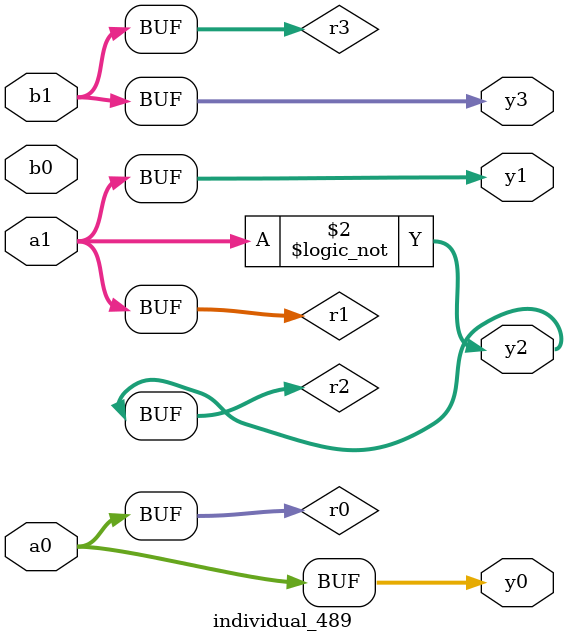
<source format=sv>
module individual_489(input logic [15:0] a1, input logic [15:0] a0, input logic [15:0] b1, input logic [15:0] b0, output logic [15:0] y3, output logic [15:0] y2, output logic [15:0] y1, output logic [15:0] y0);
logic [15:0] r0, r1, r2, r3;  always@(*) begin 	 r0 = a0; r1 = a1; r2 = b0; r3 = b1;  	 r2 = ! a1 ; 	 y3 = r3; y2 = r2; y1 = r1; y0 = r0; end
endmodule
</source>
